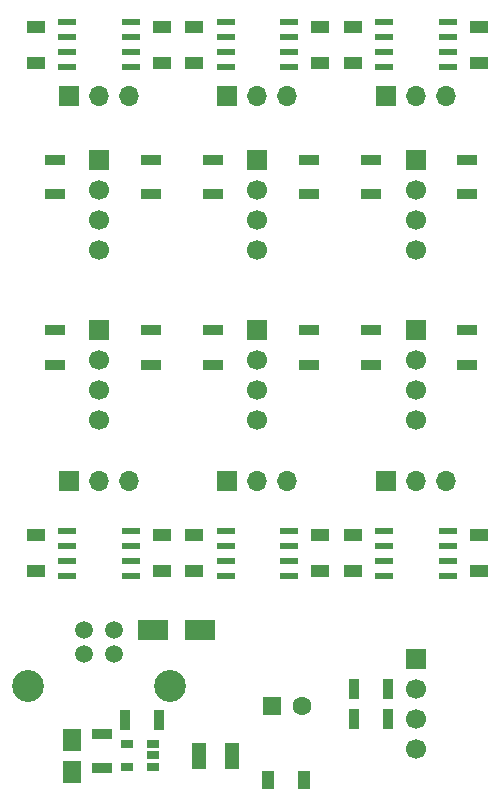
<source format=gbr>
G04 #@! TF.FileFunction,Soldermask,Bot*
%FSLAX45Y45*%
G04 Gerber Fmt 4.5, Leading zero omitted, Abs format (unit mm)*
G04 Created by KiCad (PCBNEW 4.0.6) date 08/29/18 06:28:06*
%MOMM*%
%LPD*%
G01*
G04 APERTURE LIST*
%ADD10C,0.100000*%
%ADD11C,1.520000*%
%ADD12C,2.700000*%
%ADD13R,1.700000X0.900000*%
%ADD14R,1.600000X1.000000*%
%ADD15R,1.000000X1.600000*%
%ADD16R,0.900000X1.700000*%
%ADD17R,1.550000X0.600000*%
%ADD18R,1.700000X1.700000*%
%ADD19O,1.700000X1.700000*%
%ADD20R,2.500000X1.800000*%
%ADD21R,1.600000X1.600000*%
%ADD22C,1.600000*%
%ADD23C,1.700000*%
%ADD24R,1.500000X1.950000*%
%ADD25R,1.200000X2.200000*%
%ADD26R,1.060000X0.650000*%
G04 APERTURE END LIST*
D10*
D11*
X13490000Y-10446000D03*
X13744000Y-10446000D03*
X13744000Y-10646000D03*
X13490000Y-10646000D03*
D12*
X13017000Y-10916000D03*
X14217000Y-10916000D03*
D13*
X15925800Y-6464080D03*
X15925800Y-6754080D03*
D14*
X13086080Y-5641480D03*
X13086080Y-5341480D03*
X14152880Y-5641480D03*
X14152880Y-5341480D03*
X14427200Y-5641480D03*
X14427200Y-5341480D03*
X15494000Y-5641480D03*
X15494000Y-5341480D03*
X15768320Y-5641480D03*
X15768320Y-5341480D03*
X16835120Y-5641480D03*
X16835120Y-5341480D03*
X13086080Y-9944240D03*
X13086080Y-9644240D03*
X14152880Y-9944240D03*
X14152880Y-9644240D03*
X14427200Y-9944240D03*
X14427200Y-9644240D03*
X15494000Y-9944240D03*
X15494000Y-9644240D03*
X15768320Y-9944240D03*
X15768320Y-9644240D03*
X16835120Y-9944240D03*
X16835120Y-9644240D03*
D15*
X15052000Y-11717000D03*
X15352000Y-11717000D03*
D16*
X15775720Y-10947400D03*
X16065720Y-10947400D03*
X15775720Y-11201400D03*
X16065720Y-11201400D03*
D13*
X13243560Y-6464080D03*
X13243560Y-6754080D03*
X14056360Y-6464080D03*
X14056360Y-6754080D03*
X14584680Y-6464080D03*
X14584680Y-6754080D03*
X15397480Y-6464080D03*
X15397480Y-6754080D03*
X16738600Y-6464080D03*
X16738600Y-6754080D03*
X13243560Y-7906800D03*
X13243560Y-8196800D03*
X14056360Y-7906800D03*
X14056360Y-8196800D03*
X14584680Y-7906800D03*
X14584680Y-8196800D03*
X15397480Y-7906800D03*
X15397480Y-8196800D03*
X15925800Y-7906800D03*
X15925800Y-8196800D03*
X16738600Y-7906800D03*
X16738600Y-8196800D03*
D17*
X13349480Y-5681980D03*
X13349480Y-5554980D03*
X13349480Y-5427980D03*
X13349480Y-5300980D03*
X13889480Y-5300980D03*
X13889480Y-5427980D03*
X13889480Y-5554980D03*
X13889480Y-5681980D03*
X14690600Y-5681980D03*
X14690600Y-5554980D03*
X14690600Y-5427980D03*
X14690600Y-5300980D03*
X15230600Y-5300980D03*
X15230600Y-5427980D03*
X15230600Y-5554980D03*
X15230600Y-5681980D03*
X16031720Y-5681980D03*
X16031720Y-5554980D03*
X16031720Y-5427980D03*
X16031720Y-5300980D03*
X16571720Y-5300980D03*
X16571720Y-5427980D03*
X16571720Y-5554980D03*
X16571720Y-5681980D03*
X13349480Y-9984740D03*
X13349480Y-9857740D03*
X13349480Y-9730740D03*
X13349480Y-9603740D03*
X13889480Y-9603740D03*
X13889480Y-9730740D03*
X13889480Y-9857740D03*
X13889480Y-9984740D03*
X14690600Y-9984740D03*
X14690600Y-9857740D03*
X14690600Y-9730740D03*
X14690600Y-9603740D03*
X15230600Y-9603740D03*
X15230600Y-9730740D03*
X15230600Y-9857740D03*
X15230600Y-9984740D03*
X16031720Y-9984740D03*
X16031720Y-9857740D03*
X16031720Y-9730740D03*
X16031720Y-9603740D03*
X16571720Y-9603740D03*
X16571720Y-9730740D03*
X16571720Y-9857740D03*
X16571720Y-9984740D03*
D18*
X13365480Y-5923280D03*
D19*
X13619480Y-5923280D03*
X13873480Y-5923280D03*
D18*
X14706600Y-5923280D03*
D19*
X14960600Y-5923280D03*
X15214600Y-5923280D03*
D18*
X16047720Y-5923280D03*
D19*
X16301720Y-5923280D03*
X16555720Y-5923280D03*
D18*
X13365480Y-9179560D03*
D19*
X13619480Y-9179560D03*
X13873480Y-9179560D03*
D18*
X14706600Y-9179560D03*
D19*
X14960600Y-9179560D03*
X15214600Y-9179560D03*
D18*
X16047720Y-9179560D03*
D19*
X16301720Y-9179560D03*
X16555720Y-9179560D03*
D20*
X14476000Y-10446000D03*
X14076000Y-10446000D03*
D21*
X15086000Y-11086000D03*
D22*
X15336000Y-11086000D03*
D18*
X16301720Y-10693400D03*
D23*
X16301720Y-10947400D03*
X16301720Y-11201400D03*
X16301720Y-11455400D03*
D18*
X13619480Y-6461760D03*
D23*
X13619480Y-6715760D03*
X13619480Y-6969760D03*
X13619480Y-7223760D03*
D18*
X14960600Y-6461760D03*
D23*
X14960600Y-6715760D03*
X14960600Y-6969760D03*
X14960600Y-7223760D03*
D18*
X16301720Y-6461760D03*
D23*
X16301720Y-6715760D03*
X16301720Y-6969760D03*
X16301720Y-7223760D03*
D18*
X13619480Y-7904480D03*
D23*
X13619480Y-8158480D03*
X13619480Y-8412480D03*
X13619480Y-8666480D03*
D18*
X14960600Y-7904480D03*
D23*
X14960600Y-8158480D03*
X14960600Y-8412480D03*
X14960600Y-8666480D03*
D18*
X16301720Y-7904480D03*
D23*
X16301720Y-8158480D03*
X16301720Y-8412480D03*
X16301720Y-8666480D03*
D24*
X13394000Y-11373500D03*
X13394000Y-11648500D03*
D25*
X14468000Y-11509000D03*
X14748000Y-11509000D03*
D16*
X14129000Y-11204000D03*
X13839000Y-11204000D03*
D13*
X13645000Y-11324000D03*
X13645000Y-11614000D03*
D26*
X14080000Y-11412000D03*
X14080000Y-11507000D03*
X14080000Y-11602000D03*
X13860000Y-11602000D03*
X13860000Y-11412000D03*
M02*

</source>
